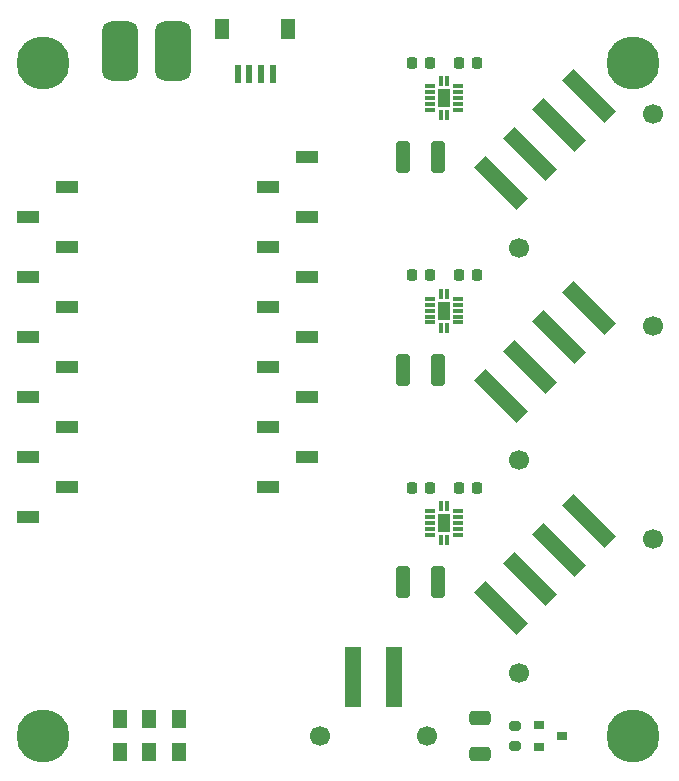
<source format=gbr>
%TF.GenerationSoftware,KiCad,Pcbnew,6.0.10-86aedd382b~118~ubuntu22.04.1*%
%TF.CreationDate,2023-01-01T10:29:27-05:00*%
%TF.ProjectId,project-nrf-princess-dress,70726f6a-6563-4742-9d6e-72662d707269,rev?*%
%TF.SameCoordinates,Original*%
%TF.FileFunction,Soldermask,Top*%
%TF.FilePolarity,Negative*%
%FSLAX46Y46*%
G04 Gerber Fmt 4.6, Leading zero omitted, Abs format (unit mm)*
G04 Created by KiCad (PCBNEW 6.0.10-86aedd382b~118~ubuntu22.04.1) date 2023-01-01 10:29:27*
%MOMM*%
%LPD*%
G01*
G04 APERTURE LIST*
G04 Aperture macros list*
%AMRoundRect*
0 Rectangle with rounded corners*
0 $1 Rounding radius*
0 $2 $3 $4 $5 $6 $7 $8 $9 X,Y pos of 4 corners*
0 Add a 4 corners polygon primitive as box body*
4,1,4,$2,$3,$4,$5,$6,$7,$8,$9,$2,$3,0*
0 Add four circle primitives for the rounded corners*
1,1,$1+$1,$2,$3*
1,1,$1+$1,$4,$5*
1,1,$1+$1,$6,$7*
1,1,$1+$1,$8,$9*
0 Add four rect primitives between the rounded corners*
20,1,$1+$1,$2,$3,$4,$5,0*
20,1,$1+$1,$4,$5,$6,$7,0*
20,1,$1+$1,$6,$7,$8,$9,0*
20,1,$1+$1,$8,$9,$2,$3,0*%
%AMRotRect*
0 Rectangle, with rotation*
0 The origin of the aperture is its center*
0 $1 length*
0 $2 width*
0 $3 Rotation angle, in degrees counterclockwise*
0 Add horizontal line*
21,1,$1,$2,0,0,$3*%
G04 Aperture macros list end*
%ADD10RoundRect,0.750000X0.750000X1.750000X-0.750000X1.750000X-0.750000X-1.750000X0.750000X-1.750000X0*%
%ADD11RoundRect,0.750000X-0.750000X-1.750000X0.750000X-1.750000X0.750000X1.750000X-0.750000X1.750000X0*%
%ADD12RotRect,1.400000X5.100000X45.000000*%
%ADD13C,1.700000*%
%ADD14R,1.000000X1.500000*%
%ADD15RoundRect,0.008100X-0.421900X-0.126900X0.421900X-0.126900X0.421900X0.126900X-0.421900X0.126900X0*%
%ADD16RoundRect,0.008100X0.126900X-0.421900X0.126900X0.421900X-0.126900X0.421900X-0.126900X-0.421900X0*%
%ADD17R,1.200000X1.600000*%
%ADD18RoundRect,0.200000X0.275000X-0.200000X0.275000X0.200000X-0.275000X0.200000X-0.275000X-0.200000X0*%
%ADD19RoundRect,0.276000X-0.634000X0.324000X-0.634000X-0.324000X0.634000X-0.324000X0.634000X0.324000X0*%
%ADD20R,0.900000X0.800000*%
%ADD21R,0.600000X1.550000*%
%ADD22R,1.200000X1.800000*%
%ADD23R,1.900000X1.000000*%
%ADD24R,1.400000X5.100000*%
%ADD25C,4.500000*%
%ADD26RoundRect,0.250000X0.325000X1.100000X-0.325000X1.100000X-0.325000X-1.100000X0.325000X-1.100000X0*%
%ADD27RoundRect,0.225000X-0.225000X-0.250000X0.225000X-0.250000X0.225000X0.250000X-0.225000X0.250000X0*%
%ADD28RoundRect,0.225000X0.225000X0.250000X-0.225000X0.250000X-0.225000X-0.250000X0.225000X-0.250000X0*%
G04 APERTURE END LIST*
D10*
%TO.C,J6*%
X60120000Y-27790000D03*
%TD*%
D11*
%TO.C,J9*%
X55620000Y-27790000D03*
%TD*%
D12*
%TO.C,J7*%
X87907511Y-75002132D03*
X95332132Y-67577511D03*
X92857258Y-70052385D03*
X90382385Y-72527258D03*
D13*
X100776854Y-69133146D03*
X89463146Y-80446854D03*
%TD*%
D12*
%TO.C,J4*%
X87907511Y-57002132D03*
X95332132Y-49577511D03*
X92857258Y-52052385D03*
X90382385Y-54527258D03*
D13*
X100776854Y-51133146D03*
X89463146Y-62446854D03*
%TD*%
D12*
%TO.C,J2*%
X87907511Y-39002132D03*
X95332132Y-31577511D03*
X92857258Y-34052385D03*
X90382385Y-36527258D03*
D13*
X100776854Y-33133146D03*
X89463146Y-44446854D03*
%TD*%
D14*
%TO.C,U3*%
X83120000Y-67790000D03*
D15*
X84305000Y-66790000D03*
X84305000Y-67290000D03*
X84305000Y-67790000D03*
X84305000Y-68290000D03*
X84305000Y-68790000D03*
X81935000Y-68790000D03*
X81935000Y-68290000D03*
X81935000Y-67790000D03*
X81935000Y-67290000D03*
X81935000Y-66790000D03*
D16*
X82870000Y-66355000D03*
X83370000Y-66355000D03*
X83370000Y-69225000D03*
X82870000Y-69225000D03*
%TD*%
D14*
%TO.C,U2*%
X83120000Y-49790000D03*
D15*
X84305000Y-48790000D03*
X84305000Y-49290000D03*
X84305000Y-49790000D03*
X84305000Y-50290000D03*
X84305000Y-50790000D03*
X81935000Y-50790000D03*
X81935000Y-50290000D03*
X81935000Y-49790000D03*
X81935000Y-49290000D03*
X81935000Y-48790000D03*
D16*
X82870000Y-48355000D03*
X83370000Y-48355000D03*
X83370000Y-51225000D03*
X82870000Y-51225000D03*
%TD*%
D14*
%TO.C,U1*%
X83120000Y-31790000D03*
D15*
X84305000Y-30790000D03*
X84305000Y-31290000D03*
X84305000Y-31790000D03*
X84305000Y-32290000D03*
X84305000Y-32790000D03*
X81935000Y-32790000D03*
X81935000Y-32290000D03*
X81935000Y-31790000D03*
X81935000Y-31290000D03*
X81935000Y-30790000D03*
D16*
X82870000Y-30355000D03*
X83370000Y-30355000D03*
X83370000Y-33225000D03*
X82870000Y-33225000D03*
%TD*%
D17*
%TO.C,S1*%
X55620000Y-87190000D03*
X58120000Y-87190000D03*
X60620000Y-87190000D03*
X55620000Y-84390000D03*
X58120000Y-84390000D03*
X60620000Y-84390000D03*
%TD*%
D18*
%TO.C,R2*%
X89120000Y-84965000D03*
X89120000Y-86615000D03*
%TD*%
D19*
%TO.C,R1*%
X86120000Y-87295000D03*
X86120000Y-84285000D03*
%TD*%
D20*
%TO.C,Q1*%
X93120000Y-85790000D03*
X91120000Y-86740000D03*
X91120000Y-84840000D03*
%TD*%
D21*
%TO.C,J8*%
X65620000Y-29790000D03*
X66620000Y-29790000D03*
X67620000Y-29790000D03*
X68620000Y-29790000D03*
D22*
X69920000Y-25915000D03*
X64320000Y-25915000D03*
%TD*%
D23*
%TO.C,J5*%
X71500000Y-62190000D03*
X71500000Y-57110000D03*
X71500000Y-52030000D03*
X71500000Y-46950000D03*
X71500000Y-41870000D03*
X71500000Y-36790000D03*
X68200000Y-64730000D03*
X68200000Y-59650000D03*
X68200000Y-54570000D03*
X68200000Y-49490000D03*
X68200000Y-44410000D03*
X68200000Y-39330000D03*
%TD*%
%TO.C,J3*%
X51180000Y-64730000D03*
X51180000Y-59650000D03*
X51180000Y-54570000D03*
X51180000Y-49490000D03*
X51180000Y-44410000D03*
X51180000Y-39330000D03*
X47880000Y-67270000D03*
X47880000Y-62190000D03*
X47880000Y-57110000D03*
X47880000Y-52030000D03*
X47880000Y-46950000D03*
X47880000Y-41870000D03*
%TD*%
D24*
%TO.C,J1*%
X78870000Y-80840000D03*
X75370000Y-80840000D03*
D13*
X81620000Y-85790000D03*
X72620000Y-85790000D03*
%TD*%
D25*
%TO.C,H4*%
X99120000Y-85790000D03*
%TD*%
%TO.C,H3*%
X49120000Y-85790000D03*
%TD*%
%TO.C,H2*%
X99120000Y-28790000D03*
%TD*%
%TO.C,H1*%
X49120000Y-28790000D03*
%TD*%
D26*
%TO.C,C9*%
X79645000Y-72790000D03*
X82595000Y-72790000D03*
%TD*%
D27*
%TO.C,C8*%
X85895000Y-64790000D03*
X84345000Y-64790000D03*
%TD*%
D28*
%TO.C,C7*%
X80345000Y-64790000D03*
X81895000Y-64790000D03*
%TD*%
D26*
%TO.C,C6*%
X79645000Y-54790000D03*
X82595000Y-54790000D03*
%TD*%
D27*
%TO.C,C5*%
X85895000Y-46790000D03*
X84345000Y-46790000D03*
%TD*%
D28*
%TO.C,C4*%
X80345000Y-46790000D03*
X81895000Y-46790000D03*
%TD*%
D26*
%TO.C,C3*%
X79645000Y-36790000D03*
X82595000Y-36790000D03*
%TD*%
D27*
%TO.C,C2*%
X85895000Y-28790000D03*
X84345000Y-28790000D03*
%TD*%
D28*
%TO.C,C1*%
X80345000Y-28790000D03*
X81895000Y-28790000D03*
%TD*%
M02*

</source>
